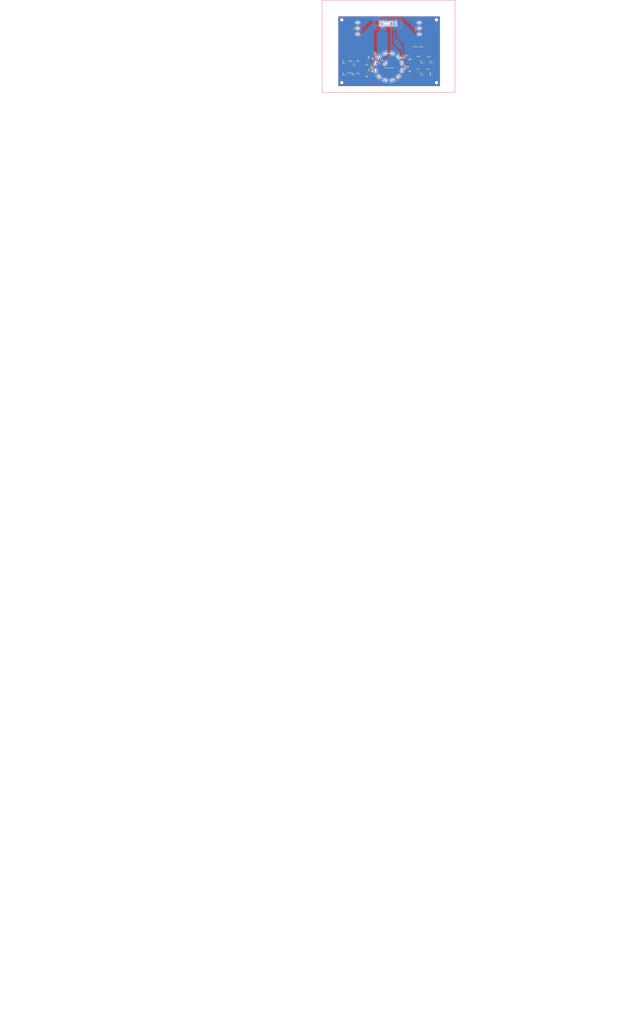
<source format=kicad_pcb>
(kicad_pcb
	(version 20240108)
	(generator "pcbnew")
	(generator_version "8.0")
	(general
		(thickness 1.6)
		(legacy_teardrops no)
	)
	(paper "A4")
	(layers
		(0 "F.Cu" signal)
		(31 "B.Cu" signal)
		(34 "B.Paste" user)
		(35 "F.Paste" user)
		(36 "B.SilkS" user "B.Silkscreen")
		(37 "F.SilkS" user "F.Silkscreen")
		(38 "B.Mask" user)
		(39 "F.Mask" user)
		(44 "Edge.Cuts" user)
		(45 "Margin" user)
		(46 "B.CrtYd" user "B.Courtyard")
		(47 "F.CrtYd" user "F.Courtyard")
		(48 "B.Fab" user)
		(49 "F.Fab" user)
	)
	(setup
		(stackup
			(layer "F.SilkS"
				(type "Top Silk Screen")
				(color "White")
			)
			(layer "F.Paste"
				(type "Top Solder Paste")
			)
			(layer "F.Mask"
				(type "Top Solder Mask")
				(color "Black")
				(thickness 0.01)
			)
			(layer "F.Cu"
				(type "copper")
				(thickness 0.035)
			)
			(layer "dielectric 1"
				(type "core")
				(thickness 1.51)
				(material "FR4")
				(epsilon_r 4.5)
				(loss_tangent 0.02)
			)
			(layer "B.Cu"
				(type "copper")
				(thickness 0.035)
			)
			(layer "B.Mask"
				(type "Bottom Solder Mask")
				(color "Black")
				(thickness 0.01)
			)
			(layer "B.Paste"
				(type "Bottom Solder Paste")
			)
			(layer "B.SilkS"
				(type "Bottom Silk Screen")
				(color "White")
			)
			(copper_finish "None")
			(dielectric_constraints yes)
		)
		(pad_to_mask_clearance 0)
		(allow_soldermask_bridges_in_footprints no)
		(aux_axis_origin 83.75 126.71)
		(grid_origin 83.75 126.71)
		(pcbplotparams
			(layerselection 0x00010fc_ffffffff)
			(plot_on_all_layers_selection 0x0000000_00000000)
			(disableapertmacros no)
			(usegerberextensions no)
			(usegerberattributes yes)
			(usegerberadvancedattributes yes)
			(creategerberjobfile yes)
			(dashed_line_dash_ratio 12.000000)
			(dashed_line_gap_ratio 3.000000)
			(svgprecision 4)
			(plotframeref no)
			(viasonmask no)
			(mode 1)
			(useauxorigin no)
			(hpglpennumber 1)
			(hpglpenspeed 20)
			(hpglpendiameter 15.000000)
			(pdf_front_fp_property_popups yes)
			(pdf_back_fp_property_popups yes)
			(dxfpolygonmode yes)
			(dxfimperialunits yes)
			(dxfusepcbnewfont yes)
			(psnegative no)
			(psa4output no)
			(plotreference yes)
			(plotvalue yes)
			(plotfptext yes)
			(plotinvisibletext no)
			(sketchpadsonfab no)
			(subtractmaskfromsilk no)
			(outputformat 1)
			(mirror no)
			(drillshape 0)
			(scaleselection 1)
			(outputdirectory "manufacturing/")
		)
	)
	(net 0 "")
	(net 1 "/ENG 1 Master")
	(net 2 "GND")
	(net 3 "/ENG 2 Master")
	(net 4 "Net-(D7-A)")
	(net 5 "Net-(D8-A)")
	(net 6 "Net-(D9-A)")
	(net 7 "Net-(D10-K)")
	(net 8 "unconnected-(J1-Pin_7-Pad7)")
	(net 9 "VBUS")
	(net 10 "/ENG 1 Fire")
	(net 11 "/ENG 1 Fault")
	(net 12 "/ENG 2 Fire")
	(net 13 "/ENG 2 Fault")
	(net 14 "+3V3")
	(net 15 "/MODE Start")
	(net 16 "Net-(D11-K)")
	(net 17 "Net-(D12-A)")
	(net 18 "Net-(D13-K)")
	(net 19 "Net-(D14-K)")
	(net 20 "Net-(D13-A)")
	(net 21 "Net-(D11-A)")
	(net 22 "Net-(D14-A)")
	(net 23 "Net-(D10-A)")
	(net 24 "/MODE Crank")
	(net 25 "unconnected-(SW3-Pad2)")
	(net 26 "unconnected-(SW3-Pad3)")
	(net 27 "unconnected-(SW3-Pad5)")
	(net 28 "unconnected-(SW3-Pad6)")
	(net 29 "unconnected-(SW3-Pad7)")
	(net 30 "unconnected-(SW3-Pad8)")
	(net 31 "unconnected-(SW3-Pad9)")
	(net 32 "unconnected-(SW3-Pad10)")
	(net 33 "unconnected-(SW3-Pad11)")
	(net 34 "unconnected-(SW3-Pad12)")
	(footprint "Resistor_SMD:R_0603_1608Metric" (layer "F.Cu") (at 153.15 107.31))
	(footprint "LED_SMD:LED_0603_1608Metric" (layer "F.Cu") (at 173.25 101.9225 90))
	(footprint "MountingHole:MountingHole_2.2mm_M2" (layer "F.Cu") (at 176.75 118.71))
	(footprint "Package_TO_SOT_SMD:SOT-23" (layer "F.Cu") (at 119.9125 101.96 180))
	(footprint "LED_SMD:LED_0603_1608Metric" (layer "F.Cu") (at 165.75 101.9225 90))
	(footprint "Resistor_SMD:R_0603_1608Metric" (layer "F.Cu") (at 152.925 98.11))
	(footprint "Resistor_SMD:R_0805_2012Metric" (layer "F.Cu") (at 113 109.71 180))
	(footprint "NiasStuff:C&K_Rotary_Switches" (layer "F.Cu") (at 137.901115 105.861115 90))
	(footprint "LED_SMD:LED_0603_1608Metric" (layer "F.Cu") (at 102.35 102.1225 90))
	(footprint "Package_TO_SOT_SMD:SOT-23" (layer "F.Cu") (at 155.3125 102.01))
	(footprint "MountingHole:MountingHole_2.2mm_M2" (layer "F.Cu") (at 99.75 67.71))
	(footprint "Resistor_SMD:R_0603_1608Metric" (layer "F.Cu") (at 123.35 108.685 90))
	(footprint "Resistor_SMD:R_0805_2012Metric" (layer "F.Cu") (at 170.5375 99.21))
	(footprint "LED_SMD:LED_0603_1608Metric" (layer "F.Cu") (at 109.75 102.1225 90))
	(footprint "Package_TO_SOT_SMD:SOT-23" (layer "F.Cu") (at 155.3125 111.71))
	(footprint "MountingHole:MountingHole_2.2mm_M2" (layer "F.Cu") (at 99.75 118.71))
	(footprint "Resistor_SMD:R_0805_2012Metric" (layer "F.Cu") (at 106.4625 99.71 180))
	(footprint "LED_SMD:LED_0603_1608Metric" (layer "F.Cu") (at 109.75 111.7225 90))
	(footprint "NiasStuff:SW_SPDT_YUEN-FUNG_MT-0-102-A101-M200-RS" (layer "F.Cu") (at 112.75 74.67 90))
	(footprint "LED_SMD:LED_0603_1608Metric" (layer "F.Cu") (at 165.75 111.7225 90))
	(footprint "LED_SMD:LED_0603_1608Metric" (layer "F.Cu") (at 102.35 111.7225 90))
	(footprint "Resistor_SMD:R_0805_2012Metric" (layer "F.Cu") (at 105.8375 109.21 180))
	(footprint "Package_TO_SOT_SMD:SOT-23" (layer "F.Cu") (at 120.0125 111.56 180))
	(footprint "LED_SMD:LED_0603_1608Metric" (layer "F.Cu") (at 173.15 111.7225 90))
	(footprint "Resistor_SMD:R_0603_1608Metric" (layer "F.Cu") (at 123.15 98.285 90))
	(footprint "Resistor_SMD:R_0805_2012Metric" (layer "F.Cu") (at 162.0375 99.21))
	(footprint "MountingHole:MountingHole_2.2mm_M2" (layer "F.Cu") (at 176.75 67.71))
	(footprint "Resistor_SMD:R_0805_2012Metric" (layer "F.Cu") (at 112.9375 99.71 180))
	(footprint "Resistor_SMD:R_0805_2012Metric" (layer "F.Cu") (at 162.1375 109.21))
	(footprint "NiasStuff:SW_SPDT_YUEN-FUNG_MT-0-102-A101-M200-RS" (layer "F.Cu") (at 162.75 74.67 90))
	(footprint "Resistor_SMD:R_0805_2012Metric" (layer "F.Cu") (at 169.75 109.21))
	(footprint "Connector_IDC:IDC-Header_2x06_P2.54mm_Vertical" (layer "B.Cu") (at 131.15 69.57 -90))
	(gr_line
		(start 191.75 51.71)
		(end 83.75 51.71)
		(stroke
			(width 0.2)
			(type default)
		)
		(layer "F.Cu")
		(uuid "2287d75c-8675-4ecd-930e-3ab04c395ff1")
	)
	(gr_line
		(start 83.75 126.71)
		(end 191.75 126.71)
		(stroke
			(width 0.2)
			(type default)
		)
		(layer "F.Cu")
		(uuid "5946e71e-dbe5-480b-82bb-e3971b2e3d0a")
	)
	(gr_line
		(start 191.75 126.71)
		(end 191.75 51.71)
		(stroke
			(width 0.2)
			(type default)
		)
		(layer "F.Cu")
		(uuid "9fdd71b0-251e-44eb-8965-8709f16f790c")
	)
	(gr_line
		(start 83.75 51.71)
		(end 83.75 126.71)
		(stroke
			(width 0.2)
			(type default)
		)
		(layer "F.Cu")
		(uuid "f6cef0d5-231c-4ecf-b4ed-0cc4145c4c1d")
	)
	(gr_line
		(start 179.75 64.71)
		(end 96.75 64.71)
		(stroke
			(width 0.1)
			(type default)
		)
		(layer "Edge.Cuts")
		(uuid "4e4d6ce3-ba94-4b73-9b05-3a6bb8883741")
	)
	(gr_line
		(start 96.75 64.71)
		(end 96.75 121.71)
		(stroke
			(width 0.1)
			(type default)
		)
		(layer "Edge.Cuts")
		(uuid "97d15dc0-275c-4edc-beb3-f608bdc6c5ea")
	)
	(gr_line
		(start 96.75 121.71)
		(end 179.75 121.71)
		(stroke
			(width 0.1)
			(type default)
		)
		(layer "Edge.Cuts")
		(uuid "a95ad34a-788c-4d24-8666-89efeb3f952c")
	)
	(gr_line
		(start 179.75 121.71)
		(end 179.75 64.71)
		(stroke
			(width 0.1)
			(type default)
		)
		(layer "Edge.Cuts")
		(uuid "f0206762-0618-4121-8e43-d3aef1db6121")
	)
	(gr_line
		(start -146.543789 166.844059)
		(end -146.132514 166.412648)
		(stroke
			(width 0.6108)
			(type solid)
		)
		(layer "F.Fab")
		(uuid "0024b4d8-43e1-47eb-9c31-444c08f8f409")
	)
	(gr_line
		(start -149.770525 175.196422)
		(end -149.754363 174.557179)
		(stroke
			(width 0.6108)
			(type solid)
		)
		(layer "F.Fab")
		(uuid "004e0644-4775-4c4b-bc11-84f57af62d77")
	)
	(gr_line
		(start 293.578246 207.077397)
		(end 298.080089 199.279927)
		(stroke
			(width 0.840559)
			(type solid)
		)
		(layer "F.Fab")
		(uuid "00518f73-94e6-49dc-bb7e-08c3a0439145")
	)
	(gr_line
		(start -165.081702 304.82526)
		(end -165.075601 304.744528)
		(stroke
			(width 0.610102)
			(type solid)
		)
		(layer "F.Fab")
		(uuid "005cc859-a376-476d-83be-51664deb68af")
	)
	(gr_line
		(start 301.360318 126.942159)
		(end 301.533119 127.380422)
		(stroke
			(width 0.610102)
			(type solid)
		)
		(layer "F.Fab")
		(uuid "0069ead8-7c23-4ba7-b2ee-ff59fa986744")
	)
	(gr_line
		(start 197.566692 70.316423)
		(end 197.734071 69.726947)
		(stroke
			(width 0.6108)
			(type solid)
		)
		(layer "F.Fab")
		(uuid "006fb5f4-1828-494e-8630-2a9c0c8bcc84")
	)
	(gr_line
		(start -146.934176 148.682127)
		(end -147.302912 148.212856)
		(stroke
			(width 0.6108)
			(type solid)
		)
		(layer "F.Fab")
		(uuid "00aa022c-f343-4add-9b45-6c302c9442d0")
	)
	(gr_line
		(start 312.94451 179.589794)
		(end 306.759443 186.960903)
		(stroke
			(width 0.840559)
			(type solid)
		)
		(layer "F.Fab")
		(uuid "00ad7e07-9502-4e79-9aaa-5c4c97980ca3")
	)
	(gr_line
		(start 298.361814 337.21442)
		(end 298.172181 338.036055)
		(stroke
			(width 0.989711)
			(type solid)
		)
		(layer "F.Fab")
		(uuid "00f61d41-ffd7-4f87-90e5-d521b000a1a3")
	)
	(gr_line
		(start 223.713393 108.444123)
		(end 223.713393 148.950408)
		(stroke
			(width 0.830953)
			(type solid)
		)
		(layer "F.Fab")
		(uuid "012492dd-c5cc-454f-9c53-9d67fc0c2daa")
	)
	(gr_line
		(start -147.302926 133.348149)
		(end -146.934187 132.878884)
		(stroke
			(width 0.6108)
			(type solid)
		)
		(layer "F.Fab")
		(uuid "012e8a9c-93fb-4413-8099-abeeacdbb592")
	)
	(gr_line
		(start 197.239771 74.691)
		(end 197.191804 74.060151)
		(stroke
			(width 0.6108)
			(type solid)
		)
		(layer "F.Fab")
		(uuid "0142ea7b-d2ea-476b-a094-2ead4895adb9")
	)
	(gr_line
		(start -113.383261 312.102689)
		(end -113.079929 311.75251)
		(stroke
			(width 0.610102)
			(type solid)
		)
		(layer "F.Fab")
		(uuid "0170b50d-2377-4ecb-b823-8ab486e85bc2")
	)
	(gr_line
		(start 151.318718 75.898334)
		(end 151.273397 75.30229)
		(stroke
			(width 0.741967)
			(type solid)
		)
		(layer "F.Fab")
		(uuid "01908556-f144-4c88-accf-22e828688fc8")
	)
	(gr_line
		(start -6.044638 363.455844)
		(end -5.805965 363.083549)
		(stroke
			(width 0.712204)
			(type solid)
		)
		(layer "F.Fab")
		(uuid "0199277c-85f6-419a-9a4c-26ae96228760")
	)
	(gr_line
		(start -137.988837 162.790453)
		(end -137.349665 162.77429)
		(stroke
			(width 0.6108)
			(type solid)
		)
		(layer "F.Fab")
		(uuid "019a52d5-430b-4c8a-831e-f62bfad03711")
	)
	(gr_line
		(start -116.402351 81.009945)
		(end -115.658351 81.346301)
		(stroke
			(width 0.830953)
			(type solid)
		)
		(layer "F.Fab")
		(uuid "01db73c4-92df-4f01-b12d-f97be3650a1a")
	)
	(gr_line
		(start 1.802817 359.037986)
		(end 2.275006 359.049925)
		(stroke
			(width 0.712204)
			(type solid)
		)
		(layer "F.Fab")
		(uuid "01f34a79-ab32-4e55-afd6-19e12c3fdf92")
	)
	(gr_line
		(start 313.907843 370.443846)
		(end 313.587128 370.570301)
		(stroke
			(width 0.610511)
			(type solid)
		)
		(layer "F.Fab")
		(uuid "02640946-f4fb-44c7-93ae-f10f50f33c9f")
	)
	(gr_line
		(start -113.079929 324.730579)
		(end -113.383261 324.380401)
		(stroke
			(width 0.610102)
			(type solid)
		)
		(layer "F.Fab")
		(uuid "02bea765-9d07-4e59-9e07-d6486fbcc022")
	)
	(gr_line
		(start 174.595312 76.485713)
		(end 174.492102 77.063688)
		(stroke
			(width 0.741967)
			(type solid)
		)
		(layer "F.Fab")
		(uuid "02c5fec7-5050-4f76-ba31-5bc3de94255c")
	)
	(gr_line
		(start -53.626831 828.587292)
		(end -53.626831 847.541043)
		(stroke
			(width 0.966959)
			(type solid)
		)
		(layer "F.Fab")
		(uuid "02ca998c-2f24-4b8d-a17c-a15a6cab73c3")
	)
	(gr_line
		(start 122.699396 68.612365)
		(end 122.982006 69.103866)
		(stroke
			(width 0.741967)
			(type solid)
		)
		(layer "F.Fab")
		(uuid "033f424e-58ff-459d-b189-c56ee36e9dd2")
	)
	(gr_line
		(start -108.348076 308.894497)
		(end -107.88116 308.786733)
		(stroke
			(width 0.610102)
			(type solid)
		)
		(layer "F.Fab")
		(uuid "035b206d-35e3-40d6-b8b2-52e13460b440")
	)
	(gr_line
		(start 270.921606 346.896483)
		(end 270.305397 346.362709)
		(stroke
			(width 0.989711)
			(type solid)
		)
		(layer "F.Fab")
		(uuid "03652d90-4f09-4b13-b371-651688c08a1f")
	)
	(gr_line
		(start 123.476243 70.129828)
		(end 123.686395 70.662814)
		(stroke
			(width 0.741967)
			(type solid)
		)
		(layer "F.Fab")
		(uuid "038d2b87-d550-49be-aa69-43e64c013e93")
	)
	(gr_line
		(start -107.405905 327.781229)
		(end -107.88116 327.696357)
		(stroke
			(width 0.610102)
			(type solid)
		)
		(layer "F.Fab")
		(uuid "03a65102-097b-427c-a815-6e3e9d92f433")
	)
	(gr_line
		(start 304.105622 363.572979)
		(end 304.132895 363.214318)
		(stroke
			(width 0.610511)
			(type solid)
		)
		(layer "F.Fab")
		(uuid "03a8d6a9-3bca-42ce-ade6-10fee2ecc1d2")
	)
	(gr_line
		(start -23.262192 291.802102)
		(end -23.531261 292.180479)
		(stroke
			(width 0.610102)
			(type solid)
		)
		(layer "F.Fab")
		(uuid "03bae4bb-250a-406b-b255-7363bca6e19f")
	)
	(gr_line
		(start -48.184047 791.146693)
		(end -53.626831 791.146693)
		(stroke
			(width 0.966959)
			(type solid)
		)
		(layer "F.Fab")
		(uuid "03bca34e-5e3b-4a46-a086-51e5f9f1a353")
	)
	(gr_line
		(start 296.657118 341.886774)
		(end 296.248195 342.597958)
		(stroke
			(width 0.989711)
			(type solid)
		)
		(layer "F.Fab")
		(uuid "03bfccc6-baeb-4547-8506-61ca995e9255")
	)
	(gr_line
		(start -71.178728 81.346301)
		(end -70.454517 81.71722)
		(stroke
			(width 0.830953)
			(type solid)
		)
		(layer "F.Fab")
		(uuid "03c4f725-8f46-4aa0-8e1c-787d30730381")
	)
	(gr_line
		(start 304.524976 361.50811)
		(end 304.651429 361.187393)
		(stroke
			(width 0.610511)
			(type solid)
		)
		(layer "F.Fab")
		(uuid "03df0a46-c29d-4034-ac0b-fef768aedeea")
	)
	(gr_line
		(start -29.319866 295.861016)
		(end -29.795121 295.945887)
		(stroke
			(width 0.610102)
			(type solid)
		)
		(layer "F.Fab")
		(uuid "04464910-6aff-4e93-a24e-893883109d3d")
	)
	(gr_line
		(start 6.009282 341.971246)
		(end 7.268492 342.196118)
		(stroke
			(width 0.910206)
			(type solid)
		)
		(layer "F.Fab")
		(uuid "0446e12d-6de5-4538-afca-d20cf6d4f286")
	)
	(gr_line
		(start 315.927774 460.312735)
		(end 315.895811 460.253795)
		(stroke
			(width 0.9003)
			(type solid)
		)
		(layer "F.Fab")
		(uuid "0480eb7e-b106-43d4-b8ab-c2b3d259495f")
	)
	(gr_line
		(start 218.038613 136.43218)
		(end 217.739532 136.952381)
		(stroke
			(width 0.6108)
			(type solid)
		)
		(layer "F.Fab")
		(uuid "0493c8a8-f71f-46d3-84ae-5178f49642fb")
	)
	(gr_line
		(start 168.167998 738.40021)
		(end 168.206502 738.097196)
		(stroke
			(width 0.610511)
			(type solid)
		)
		(layer "F.Fab")
		(uuid "04949cdb-7205-4430-88e3-b165a570a752")
	)
	(gr_line
		(start 220.792509 68.03542)
		(end 221.04125 68.585672)
		(stroke
			(width 0.6108)
			(type solid)
		)
		(layer "F.Fab")
		(uuid "049c1378-e21e-4cd8-b8af-4518c7159262")
	)
	(gr_line
		(start -164.044431 333.507471)
		(end -164.116493 333.479158)
		(stroke
			(width 0.610102)
			(type solid)
		)
		(layer "F.Fab")
		(uuid "04a14044-e53d-4ce8-90b6-241f229c38c9")
	)
	(gr_line
		(start 122.699396 80.784267)
		(end 122.394109 81.260465)
		(stroke
			(width 0.741967)
			(type solid)
		)
		(layer "F.Fab")
		(uuid "04e8f883-bc9f-493f-b89e-7e1652ceabc9")
	)
	(gr_line
		(start -115.537229 319.228291)
		(end -115.574498 318.738178)
		(stroke
			(width 0.610102)
			(type solid)
		)
		(layer "F.Fab")
		(uuid "04e9c27d-3ca4-420f-86bd-bce3be905c85")
	)
	(gr_line
		(start 211.488116 61.14193)
		(end 212.099776 61.251173)
		(stroke
			(width 0.6108)
			(type solid)
		)
		(layer "F.Fab")
		(uuid "050f885c-d4a3-4fed-821d-83c08e1e910a")
	)
	(gr_line
		(start 100.985539 73.498297)
		(end 101.060178 72.910919)
		(stroke
			(width 0.741967)
			(type solid)
		)
		(layer "F.Fab")
		(uuid "051ae2e2-e041-4f8e-9713-ae50b4beceb4")
	)
	(gr_line
		(start -40.330125 289.724499)
		(end -40.481854 289.276079)
		(stroke
			(width 0.610102)
			(type solid)
		)
		(layer "F.Fab")
		(uuid "052d8e62-9215-49db-a911-2ceca0b7cde0")
	)
	(gr_line
		(start 317.792689 361.50811)
		(end 317.903721 361.836259)
		(stroke
			(width 0.610511)
			(type solid)
		)
		(layer "F.Fab")
		(uuid "052db6dd-5a68-4809-81a2-3f55c9be17f7")
	)
	(gr_poly
		(pts
			(xy -135.107577 858.853165) (xy -141.97915 865.724699) (xy -141.97915 863.627958) (xy -135.107577 856.756424)
		)
		(stroke
			(width 0)
			(type solid)
		)
		(fill solid)
		(layer "F.Fab")
		(uuid "0541033e-235b-4489-87f1-eafd088d1106")
	)
	(gr_line
		(start 316.205467 441.078007)
		(end 316.251981 441.038905)
		(stroke
			(width 0.9003)
			(type solid)
		)
		(layer "F.Fab")
		(uuid "057105ea-db59-4936-b6e6-3aad339d998c")
	)
	(gr_line
		(start 56.711019 206.349116)
		(end 56.711019 222.034589)
		(stroke
			(width 0.660672)
			(type solid)
		)
		(layer "F.Fab")
		(uuid "0583c706-e092-493d-962c-c67910abdad5")
	)
	(gr_line
		(start -39.750928 291.006386)
		(end -39.964056 290.590259)
		(stroke
			(width 0.610102)
			(type solid)
		)
		(layer "F.Fab")
		(uuid "0587e9d1-7028-4c69-94ea-fc4cc24017f9")
	)
	(gr_line
		(start -114.422245 313.641363)
		(end -114.189864 313.237213)
		(stroke
			(width 0.610102)
			(type solid)
		)
		(layer "F.Fab")
		(uuid "05c6b2c1-d0d0-407f-a664-1d48453c531a")
	)
	(gr_line
		(start -126.727063 181.637758)
		(end -127.050143 182.141762)
		(stroke
			(width 0.6108)
			(type solid)
		)
		(layer "F.Fab")
		(uuid "05cdf5e4-86d7-4be1-8094-cf1160ce3316")
	)
	(gr_line
		(start -38.998448 292.180479)
		(end -39.267518 291.802102)
		(stroke
			(width 0.610102)
			(type solid)
		)
		(layer "F.Fab")
		(uuid "05f5828b-135f-479f-979c-662d91807a57")
	)
	(gr_line
		(start 340.87774 459.998436)
		(end 340.829465 460.129847)
		(stroke
			(width 0.9003)
			(type solid)
		)
		(layer "F.Fab")
		(uuid "05f624c1-9be8-4930-8dfe-c96a2bf4cb72")
	)
	(gr_line
		(start 180.246111 739.019268)
		(end 180.238233 739.330842)
		(stroke
			(width 0.610511)
			(type solid)
		)
		(layer "F.Fab")
		(uuid "06a14602-1690-4295-9e94-0ab940598053")
	)
	(gr_line
		(start 212.700702 61.389882)
		(end 213.290114 61.557276)
		(stroke
			(width 0.6108)
			(type solid)
		)
		(layer "F.Fab")
		(uuid "06a74ba7-811b-4e63-bfe4-46ede0f62f9b")
	)
	(gr_line
		(start -124.928844 175.196422)
		(end -124.945006 175.835666)
		(stroke
			(width 0.6108)
			(type solid)
		)
		(layer "F.Fab")
		(uuid "06f1df40-9e49-44a6-8c00-3ae239279ba9")
	)
	(gr_line
		(start -40.719667 284.461215)
		(end -40.611903 283.994299)
		(stroke
			(width 0.610102)
			(type solid)
		)
		(layer "F.Fab")
		(uuid "071eed83-be06-44b2-b531-d03f90af7dc3")
	)
	(gr_line
		(start -126.153681 169.810905)
		(end -125.904941 170.361158)
		(stroke
			(width 0.6108)
			(type solid)
		)
		(layer "F.Fab")
		(uuid "073f78bd-13ac-4197-80b1-1edc79ac7560")
	)
	(gr_line
		(start -24.121097 292.895238)
		(end -24.440651 293.230407)
		(stroke
			(width 0.610102)
			(type solid)
		)
		(layer "F.Fab")
		(uuid "0761f818-4cdd-4a8f-9416-d6fbdd128536")
	)
	(gr_line
		(start 316.608528 368.428774)
		(end 316.386554 368.685032)
		(stroke
			(width 0.610511)
			(type solid)
		)
		(layer "F.Fab")
		(uuid "0771995b-efa9-4ecf-a98e-c1e042164044")
	)
	(gr_line
		(start 319.003208 526.124066)
		(end 300.466599 534.797633)
		(stroke
			(width 1.219759)
			(type solid)
		)
		(layer "F.Fab")
		(uuid "078908e1-aa58-43ef-b837-4babc825e736")
	)
	(gr_line
		(start 180.176348 739.94134)
		(end 180.123102 740.239502)
		(stroke
			(width 0.610511)
			(type solid)
		)
		(layer "F.Fab")
		(uuid "07955a83-85b6-4032-825a-af68b28c81c8")
	)
	(gr_line
		(start 219.181012 65.519302)
		(end 219.549748 65.988572)
		(stroke
			(width 0.6108)
			(type solid)
		)
		(layer "F.Fab")
		(uuid "07ab9f0c-943f-40ff-91cf-5eb78bdab53e")
	)
	(gr_line
		(start 258.679668 63.120309)
		(end 259.16664 63.466641)
		(stroke
			(width 0.6108)
			(type solid)
		)
		(layer "F.Fab")
		(uuid "07acede4-7284-45e8-bbb8-52ffd876ad38")
	)
	(gr_line
		(start -106.432805 327.879871)
		(end -106.922918 327.842602)
		(stroke
			(width 0.610102)
			(type solid)
		)
		(layer "F.Fab")
		(uuid "07cb1782-0a75-4ab1-b5f5-6e3e7facce72")
	)
	(gr_line
		(start 174.715267 75.30229)
		(end 174.669946 75.898334)
		(stroke
			(width 0.741967)
			(type solid)
		)
		(layer "F.Fab")
		(uuid "07cd31f8-1841-42fa-917b-c1521aa7d0bb")
	)
	(gr_line
		(start 188.525436 452.312116)
		(end 188.463329 451.96433)
		(stroke
			(width 0.610511)
			(type solid)
		)
		(layer "F.Fab")
		(uuid "07e7419c-435e-4e95-8373-393f23ac8726")
	)
	(gr_line
		(start 281.724157 350.774501)
		(end 280.850234 350.752403)
		(stroke
			(width 0.989711)
			(type solid)
		)
		(layer "F.Fab")
		(uuid "08253c12-9f2f-479c-9a32-f76489095b2d")
	)
	(gr_line
		(start 311.522264 356.883162)
		(end 311.880924 356.910435)
		(stroke
			(width 0.610511)
			(type solid)
		)
		(layer "F.Fab")
		(uuid "0831dda9-3be4-4ae1-89b2-d1000c51644c")
	)
	(gr_line
		(start -40.157324 282.649646)
		(end -39.964056 282.222148)
		(stroke
			(width 0.610102)
			(type solid)
		)
		(layer "F.Fab")
		(uuid "083eccf9-70c6-4d96-980d-2e7e227b4306")
	)
	(gr_line
		(start 188.93695 453.637799)
		(end 188.810497 453.317085)
		(stroke
			(width 0.610511)
			(type solid)
		)
		(layer "F.Fab")
		(uuid "086282a3-fc06-4a49-a050-f40118ebf409")
	)
	(gr_line
		(start 285.978814 123.554953)
		(end 286.328992 123.25162)
		(stroke
			(width 0.610102)
			(type solid)
		)
		(layer "F.Fab")
		(uuid "08631abc-6301-4811-9077-bf51115f9691")
	)
	(gr_line
		(start 257.120023 62.22376)
		(end 257.655579 62.498088)
		(stroke
			(width 0.6108)
			(type solid)
		)
		(layer "F.Fab")
		(uuid "087fdd8a-91f3-4656-bf0f-d3e998b89bdc")
	)
	(gr_line
		(start 201.103709 446.663227)
		(end 201.30061 446.94012)
		(stroke
			(width 0.610511)
			(type solid)
		)
		(layer "F.Fab")
		(uuid "0893c376-1e33-4572-a1ca-af4520799536")
	)
	(gr_line
		(start 197.929351 69.149764)
		(end 198.151753 68.585657)
		(stroke
			(width 0.6108)
			(type solid)
		)
		(layer "F.Fab")
		(uuid "08ac57ac-679b-4bff-9fc6-9c6e41cd170e")
	)
	(gr_line
		(start 16.942816 80.709209)
		(end 17.70555 81.009945)
		(stroke
			(width 0.830953)
			(type solid)
		)
		(layer "F.Fab")
		(uuid "08b0e6c8-e64b-4a3b-ad96-53733574594c")
	)
	(gr_line
		(start 151.318718 73.498297)
		(end 151.393352 72.910919)
		(stroke
			(width 0.741967)
			(type solid)
		)
		(layer "F.Fab")
		(uuid "08b70294-3e3f-4e94-a312-b908beb0748b")
	)
	(gr_line
		(start -118.74253 80.218814)
		(end -117.945496 80.445147)
		(stroke
			(width 0.830953)
			(type solid)
		)
		(layer "F.Fab")
		(uuid "08c7508c-5a9a-4168-b532-3f6615d035b5")
	)
	(gr_line
		(start -105.439539 327.879871)
		(end -105.936172 327.892429)
		(stroke
			(width 0.610102)
			(type solid)
		)
		(layer "F.Fab")
		(uuid "08e1833a-b34c-4379-9fe1-eead7b1de3f6")
	)
	(gr_line
		(start 314.525198 370.146449)
		(end 314.220681 370.302414)
		(stroke
			(width 0.610511)
			(type solid)
		)
		(layer "F.Fab")
		(uuid "08ec7d09-6bd5-49d7-a7a8-7e2cd2a35d5e")
	)
	(gr_line
		(start 198.151753 78.256161)
		(end 197.929351 77.692052)
		(stroke
			(width 0.6108)
			(type solid)
		)
		(layer "F.Fab")
		(uuid "09041003-0bea-4333-b533-8f40aa44f571")
	)
	(gr_line
		(start -164.186767 303.477394)
		(end -164.116493 303.445722)
		(stroke
			(width 0.610102)
			(type solid)
		)
		(layer "F.Fab")
		(uuid "0917cce3-f128-43dc-bcd3-0943ee592ff0")
	)
	(gr_line
		(start 315.838387 460.129847)
		(end 315.81307 460.065027)
		(stroke
			(width 0.9003)
			(type solid)
		)
		(layer "F.Fab")
		(uuid "0964762c-53f8-4cd2-a4eb-c8c9f54d1e93")
	)
	(gr_line
		(start 196.817329 137.456368)
		(end 196.49425 136.952363)
		(stroke
			(width 0.6108)
			(type solid)
		)
		(layer "F.Fab")
		(uuid "09766d9f-43db-4f88-8cca-a7d106a0779a")
	)
	(gr_line
		(start 174.669946 75.898334)
		(end 174.595312 76.485713)
		(stroke
			(width 0.741967)
			(type solid)
		)
		(layer "F.Fab")
		(uuid "09932d24-395d-4460-b9e3-5eac822dd992")
	)
	(gr_line
		(start 251.464281 140.238392)
		(end 250.981294 140.299765)
		(stroke
			(width 0.610102)
			(type solid)
		)
		(layer "F.Fab")
		(uuid "09960ee7-77cb-4416-a8c8-f01e90df0f20")
	)
	(gr_line
		(start 171.566463 733.561637)
		(end 171.834663 733.440387)
		(stroke
			(width 0.610511)
			(type solid)
		)
		(layer "F.Fab")
		(uuid "09b218c1-c875-4845-a7e5-1655a9aa1a28")
	)
	(gr_line
		(start 4.531439 359.450516)
		(end 4.957788 359.594777)
		(stroke
			(width 0.712204)
			(type solid)
		)
		(layer "F.Fab")
		(uuid "09bc948e-3c3b-494b-b9e9-37f2421e4aea")
	)
	(gr_line
		(start 259.44936 128.753733)
		(end 259.534232 129.228989)
		(stroke
			(width 0.610102)
			(type solid)
		)
		(layer "F.Fab")
		(uuid "09cef245-b1ff-4dd7-b885-275d1000f6bd")
	)
	(gr_line
		(start -115.15317 315.371669)
		(end -115.001442 314.923249)
		(stroke
			(width 0.610102)
			(type solid)
		)
		(layer "F.Fab")
		(uuid "09cfeb90-26d2-4901-9739-80e102d6c644")
	)
	(gr_line
		(start 276.674039 317.572637)
		(end 277.479931 317.343789)
		(stroke
			(width 0.989711)
			(type solid)
		)
		(layer "F.Fab")
		(uuid "09f6b8b9-1e19-4259-bb17-eaf38cee5ae8")
	)
	(gr_line
		(start 153.262472 81.260465)
		(end 152.957204 80.784267)
		(stroke
			(width 0.741967)
			(type solid)
		)
		(layer "F.Fab")
		(uuid "0a0b3bfd-d7bb-42b3-8d0e-51640460a91a")
	)
	(gr_line
		(start -134.846446 163.026665)
		(end -134.245521 163.165374)
		(stroke
			(width 0.6108)
			(type solid)
		)
		(layer "F.Fab")
		(uuid "0a1656f3-3805-4063-b88a-aa0231e4cdad")
	)
	(gr_line
		(start 192.695343 444.381358)
		(end 193.016058 444.254903)
		(stroke
			(width 0.610511)
			(type solid)
		)
		(layer "F.Fab")
		(uuid "0a211a8e-f23a-4526-b0d1-83723b29a418")
	)
	(gr_line
		(start 217.416418 123.565751)
		(end 217.739498 124.069755)
		(stroke
			(width 0.6108)
			(type solid)
		)
		(layer "F.Fab")
		(uuid "0a271106-9fe2-4942-91ec-559f4b913f9e")
	)
	(gr_line
		(start -134.959105 332.017787)
		(end -134.961161 332.09962)
		(stroke
			(width 0.610102)
			(type solid)
		)
		(layer "F.Fab")
		(uuid "0a50a5dc-1cec-414f-8c81-aef741a47539")
	)
	(gr_line
		(start 156.432485 64.965989)
		(end 156.908659 64.660704)
		(stroke
			(width 0.741967)
			(type solid)
		)
		(layer "F.Fab")
		(uuid "0a5e2852-f4a4-45df-a1ff-1d3c49f29e44")
	)
	(gr_line
		(start 317.368841 360.570036)
		(end 317.524805 360.874554)
		(stroke
			(width 0.610511)
			(type solid)
		)
		(layer "F.Fab")
		(uuid "0a6b6cd9-a98b-4a5d-bba8-a38a0ead3fc0")
	)
	(gr_line
		(start 340.632052 441.261571)
		(end 340.670012 441.313778)
		(stroke
			(width 0.9003)
			(type solid)
		)
		(layer "F.Fab")
		(uuid "0a955cd1-cae0-4751-b874-f3f50f14de5e")
	)
	(gr_line
		(start -22.962526 83.525429)
		(end -22.353089 84.053338)
		(stroke
			(width 0.830953)
			(type solid)
		)
		(layer "F.Fab")
		(uuid "0aa49863-bf5c-41ed-88cf-c896d268359b")
	)
	(gr_line
		(start 197.427995 75.9244)
		(end 197.318762 75.312676)
		(stroke
			(width 0.6108)
			(type solid)
		)
		(layer "F.Fab")
		(uuid "0ab29502-2840-454b-aa4f-a5c9ff1262c6")
	)
	(gr_line
		(start 194.696014 130.511064)
		(end 194.712176 129.87182)
		(stroke
			(width 0.6108)
			(type solid)
		)
		(layer "F.Fab")
		(uuid "0ab7d664-fe8c-4fb9-820e-cd2d9fc16882")
	)
	(gr_line
		(start -98.792414 311.75251)
		(end -98.489082 312.102689)
		(stroke
			(width 0.610102)
			(type solid)
		)
		(layer "F.Fab")
		(uuid "0abcc019-26e2-4135-a887-4d8fe48b490b")
	)
	(gr_line
		(start 283.25085 127.828842)
		(end 283.402579 127.380422)
		(stroke
			(width 0.610102)
			(type solid)
		)
		(layer "F.Fab")
		(uuid "0ac6bf94-2ad4-4785-9ebe-bafbb45bfca6")
	)
	(gr_line
		(start 132.024878 91.607043)
		(end 132.805286 91.342981)
		(stroke
			(width 0.830953)
			(type solid)
		)
		(layer "F.Fab")
		(uuid "0ae20aef-7b92-4c17-9827-bc6fc0e93538")
	)
	(gr_line
		(start 168.612544 741.37603)
		(end 168.504134 741.101077)
		(stroke
			(width 0.610511)
			(type solid)
		)
		(layer "F.Fab")
		(uuid "0afb146e-dc91-4208-b9a9-c7502b4a2c19")
	)
	(gr_line
		(start 121.718451 67.23263)
		(end 122.066881 67.676009)
		(stroke
			(width 0.741967)
			(type solid)
		)
		(layer "F.Fab")
		(uuid "0b09b8cb-26f4-4f73-a9b4-7735cf594d20")
	)
	(gr_line
		(start 17.515496 422.673443)
		(end 17.355881 423.88216)
		(stroke
			(width 2.359887)
			(type solid)
		)
		(layer "F.Fab")
		(uuid "0b176618-914b-49be-8b30-3bce16645639")
	)
	(gr_line
		(start 316.0358 441.261571)
		(end 316.117212 441.164546)
		(stroke
			(width 0.9003)
			(type solid)
		)
		(layer "F.Fab")
		(uuid "0b2bfcb9-843c-4b09-a2b3-375f6df2b842")
	)
	(gr_line
		(start 162.994332 62.961531)
		(end 163.59828 62.976803)
		(stroke
			(width 0.741967)
			(type solid)
		)
		(layer "F.Fab")
		(uuid "0b5e37da-830e-46f8-ac40-4143e8907051")
	)
	(gr_line
		(start -42.597293 414.945743)
		(end -42.318563 413.752195)
		(stroke
			(width 2.359887)
			(type solid)
		)
		(layer "F.Fab")
		(uuid "0b611f79-a1b7-4680-aef5-f8282cd9078b")
	)
	(gr_line
		(start -3.3275 360.605085)
		(end -2.955206 360.366411)
		(stroke
			(width 0.712204)
			(type solid)
		)
		(layer "F.Fab")
		(uuid "0b623a57-c445-4913-aa9b-ba370bb2663f")
	)
	(gr_line
		(start -142.734605 163.999236)
		(end -142.184408 163.750473)
		(stroke
			(width 0.6108)
			(type solid)
		)
		(layer "F.Fab")
		(uuid "0b882509-59b5-4c1f-93ad-90c1902b7269")
	)
	(gr_line
		(start 339.821405 440.82127)
		(end 339.880401 440.823226)
		(stroke
			(width 0.9003)
			(type solid)
		)
		(layer "F.Fab")
		(uuid "0bb86cec-afb8-4a6a-a192-2f43384a6e93")
	)
	(gr_line
		(start 178.262464 734.537476)
		(end 178.472739 734.737954)
		(stroke
			(width 0.610511)
			(type solid)
		)
		(layer "F.Fab")
		(uuid "0bbbcb41-b8e9-44b6-8459-6586bb9e55bb")
	)
	(gr_line
		(start 178.262464 743.501061)
		(end 178.042772 743.691362)
		(stroke
			(width 0.610511)
			(type solid)
		)
		(layer "F.Fab")
		(uuid "0bbc6c45-dd1e-4944-b84a-4b947a018531")
	)
	(gr_line
		(start 119.22391 64.965989)
		(end 119.68407 65.293214)
		(stroke
			(width 0.741967)
			(type solid)
		)
		(layer "F.Fab")
		(uuid "0bcad0a5-05e7-4ef3-ab3f-0b91765bc3c7")
	)
	(gr_line
		(start -35.021412 277.513735)
		(end -34.58315 277.340933)
		(stroke
			(width 0.610102)
			(type solid)
		)
		(layer "F.Fab")
		(uuid "0bcbffc6-f9c2-4405-8b21-a2dd3bfdd20d")
	)
	(gr_line
		(start 161.207012 86.299866)
		(end 160.629062 86.196651)
		(stroke
			(width 0.741967)
			(type solid)
		)
		(layer "F.Fab")
		(uuid "0bcda6c3-a682-4af2-aae5-01c8989a09b2")
	)
	(gr_line
		(start 17.423919 416.609812)
		(end 17.560564 417.81786)
		(stroke
			(width 2.359887)
			(type solid)
		)
		(layer "F.Fab")
		(uuid "0bd54452-95b0-4d4b-a35c-709f59dedc31")
	)
	(gr_line
		(start 317.524805 360.874554)
		(end 317.666235 361.187393)
		(stroke
			(width 0.610511)
			(type solid)
		)
		(layer "F.Fab")
		(uuid "0c041d0e-1d22-4571-ac1a-ddf689a07003")
	)
	(gr_line
		(start 207.704957 61.141928)
		(end 208.326574 61.062932)
		(stroke
			(width 0.6108)
			(type solid)
		)
		(layer "F.Fab")
		(uuid "0c0c374a-6cb6-4f88-bec0-befab17b7626")
	)
	(gr_line
		(start 284.214157 135.703046)
		(end 283.981775 135.298896)
		(stroke
			(width 0.610102)
			(type solid)
		)
		(layer "F.Fab")
		(uuid "0c21d572-2d4c-4a42-921b-35e82446c4a7")
	)
	(gr_line
		(start 179.649055 736.394306)
		(end 179.770306 736.662506)
		(stroke
			(width 0.610511)
			(type solid)
		)
		(layer "F.Fab")
		(uuid "0c3a1f2c-f320-491a-9668-a22c9790eee6")
	)
	(gr_line
		(start 198.674796 79.342032)
		(end 198.400495 78.806414)
		(stroke
			(width 0.6108)
			(type solid)
		)
		(layer "F.Fab")
		(uuid "0c41fa65-4655-4267-970e-021bba13929a")
	)
	(gr_line
		(start 118.176413 534.896692)
		(end 131.347194 538.437959)
		(stroke
			(width 1.219759)
			(type solid)
		)
		(layer "F.Fab")
		(uuid "0c7fabe0-4bb0-4f81-acc3-363845c0b766")
	)
	(gr_line
		(start 12.06833 343.686071)
		(end 13.201005 344.198142)
		(stroke
			(width 0.910206)
			(type solid)
		)
		(layer "F.Fab")
		(uuid "0c827d89-8868-4b4c-9495-bc631b7657c1")
	)
	(gr_line
		(start 179.515346 741.905296)
		(end 179.369557 742.158848)
		(stroke
			(width 0.610511)
			(type solid)
		)
		(layer "F.Fab")
		(uuid "0c9af652-59cc-4a65-a9ec-a3567708201f")
	)
	(gr_line
		(start 284.310445 317.004808)
		(end 285.146751 317.154157)
		(stroke
			(width 0.989711)
			(type solid)
		)
		(layer "F.Fab")
		(uuid "0ca1d991-8f26-4d33-aedb-8c57a1e675bb")
	)
	(gr_line
		(start 279.13787 317.004808)
		(end 279.987782 316.896809)
		(stroke
			(width 0.989711)
			(type solid)
		)
		(layer "F.Fab")
		(uuid "0cc3bd74-9646-4318-ba70-8a7b62966494")
	)
	(gr_line
		(start 14.303553 344.762833)
		(end 15.374367 345.378538)
		(stroke
			(width 0.910206)
			(type solid)
		)
		(layer "F.Fab")
		(uuid "0cf9fa61-f460-4621-9f6b-bfbd0d7bacfa")
	)
	(gr_line
		(start -147.972307 168.755087)
		(end -147.649226 168.251083)
		(stroke
			(width 0.6108)
			(type solid)
		)
		(layer "F.Fab")
		(uuid "0d055a59-3c37-4481-8440-ce3292824295")
	)
	(gr_line
		(start 302.068906 131.68547)
		(end 302.007533 132.168456)
		(stroke
			(width 0.610102)
			(type solid)
		)
		(layer "F.Fab")
		(uuid "0d0de150-4407-4a86-9ec0-4b747c94ca63")
	)
	(gr_line
		(start -135.787708 303.512326)
		(end -135.721306 303.55042)
		(stroke
			(width 0.610102)
			(type solid)
		)
		(layer "F.Fab")
		(uuid "0d208f5c-7862-4809-9438-bc9aa2bf8f07")
	)
	(gr_line
		(start 108.093288 63.883865)
		(end 108.626275 63.673716)
		(stroke
			(width 0.741967)
			(type solid)
		)
		(layer "F.Fab")
		(uuid "0d360e41-f368-4e12-9a7a-110f5ccb80f8")
	)
	(gr_line
		(start -22.565654 282.222148)
		(end -22.372386 282.649646)
		(stroke
			(width 0.610102)
			(type solid)
		)
		(layer "F.Fab")
		(uuid "0d37dfb2-4aea-49b4-ac9a-7a1491b7c7fd")
	)
	(gr_line
		(start -83.455105 80.445147)
		(end -82.65807 80.218814)
		(stroke
			(width 0.830953)
			(type solid)
		)
		(layer "F.Fab")
		(uuid "0d477c78-f3b4-4a15-bbe8-ddce08b3ce7a")
	)
	(gr_line
		(start 306.164956 358.942515)
		(end 306.410228 358.708668)
		(stroke
			(width 0.610511)
			(type solid)
		)
		(layer "F.Fab")
		(uuid "0d4c55ab-a6f9-4e3a-b066-1f07f6db5a3b")
	)
	(gr_line
		(start -125.071961 142.672278)
		(end -125.181192 143.284004)
		(stroke
			(width 0.6108)
			(type solid)
		)
		(layer "F.Fab")
		(uuid "0d4d115d-a511-4b63-a7ca-d1801c32f1f6")
	)
	(gr_line
		(start 196.49425 136.952363)
		(end 196.195168 136.432163)
		(stroke
			(width 0.6108)
			(type solid)
		)
		(layer "F.Fab")
		(uuid "0d5407d3-8f56-4317-ba54-a54c31f4267a")
	)
	(gr_line
		(start 2.115152 341.676617)
		(end 3.431005 341.709889)
		(stroke
			(width 0.910206)
			(type solid)
		)
		(layer "F.Fab")
		(uuid "0d7a1e2e-517a-4a7f-adfd-bb5b0f38454f")
	)
	(gr_line
		(start -165.075601 332.180352)
		(end -165.081702 332.09962)
		(stroke
			(width 0.610102)
			(type solid)
		)
		(layer "F.Fab")
		(uuid "0d88dcaf-c05f-4a44-bad9-db086eac316f")
	)
	(gr_line
		(start -32.251601 276.805146)
		(end -31.761488 276.767877)
		(stroke
			(width 0.610102)
			(type solid)
		)
		(layer "F.Fab")
		(uuid "0d9eb534-c0d7-42fa-88ac-4bb75d5778fa")
	)
	(gr_line
		(start 33.558001 761.154235)
		(end 38.377695 761.154235)
		(stroke
			(width 0.610511)
			(type solid)
		)
		(layer "F.Fab")
		(uuid "0db05c26-9b0d-49c0-839a-79573e6e70f5")
	)
	(gr_line
		(start 340.967831 459.413272)
		(end 340.961912 459.566979)
		(stroke
			(width 0.9003)
			(type solid)
		)
		(layer "F.Fab")
		(uuid "0db16dba-e50d-4bb8-840a-d0c477a040e5")
	)
	(gr_line
		(start -141.620358 163.528053)
		(end -141.043235 163.332757)
		(stroke
			(width 0.6108)
			(type solid)
		)
		(layer "F.Fab")
		(uuid "0dc5cd05-750f-4b74-bf2c-07cd76f2c809")
	)
	(gr_line
		(start 254.99888 138.952401)
		(end 254.59473 139.184782)
		(stroke
			(width 0.610102)
			(type solid)
		)
		(layer "F.Fab")
		(uuid "0dc62a0d-4a7f-4db3-b34c-d4348cd80689")
	)
	(gr_line
		(start -128.15558 183.548786)
		(end -128.566856 183.980196)
		(stroke
			(width 0.6108)
			(type solid)
		)
		(layer "F.Fab")
		(uuid "0dcf9ec5-f57f-407f-a3b5-946cdea0456c")
	)
	(gr_line
		(start 259.16664 63.466641)
		(end 259.635857 63.835413)
		(stroke
			(width 0.6108)
			(type solid)
		)
		(layer "F.Fab")
		(uuid "0dd6fbf6-292b-4654-bf6c-f01e3551ab14")
	)
	(gr_line
		(start 208.957361 61.014961)
		(end 209.59654 60.998798)
		(stroke
			(width 0.6108)
			(type solid)
		)
		(layer "F.Fab")
		(uuid "0de970c9-f73e-40f1-994b-14ea5da0fe5c")
	)
	(gr_line
		(start -124.992972 142.050599)
		(end -125.071961 142.672278)
		(stroke
			(width 0.6108)
			(type solid)
		)
		(layer "F.Fab")
		(uuid "0df1e7cb-f3c3-400d-b7fe-cdc6ff8a97c6")
	)
	(gr_line
		(start 287.563361 349.743997)
		(end 286.774276 350.010993)
		(stroke
			(width 0.989711)
			(type solid)
		)
		(layer "F.Fab")
		(uuid "0dfd7570-c382-4de7-a78c-0f4d31f77948")
	)
	(gr_line
		(start -43.117076 419.784754)
		(end -43.076226 418.569689)
		(stroke
			(width 2.359887)
			(type solid)
		)
		(layer "F.Fab")
		(uuid "0e0417c2-72e7-4bb9-a70e-0ae0389f8dee")
	)
	(gr_line
		(start -39.518547 281.401871)
		(end -39.267518 281.010305)
		(stroke
			(width 0.610102)
			(type solid)
		)
		(layer "F.Fab")
		(uuid "0e0814fc-8b26-43a5-9e84-abca7c208281")
	)
	(gr_line
		(start -114.93414 81.71722)
		(end -114.230773 82.121648)
		(stroke
			(width 0.830953)
			(type solid)
		)
		(layer "F.Fab")
		(uuid "0e0a37ce-3224-46f6-9190-e56e7fa1bba3")
	)
	(gr_line
		(start 305.931111 368.685032)
		(end 305.709137 368.428774)
		(stroke
			(width 0.610511)
			(type solid)
		)
		(layer "F.Fab")
		(uuid "0e26bc24-989d-45fa-9653-1ea9c80fd8ee")
	)
	(gr_line
		(start -163.660729 333.595224)
		(end -163.740261 333.585176)
		(stroke
			(width 0.610102)
			(type solid)
		)
		(layer "F.Fab")
		(uuid "0e607cbf-9fbb-4df1-af9a-89bd55868490")
	)
	(gr_line
		(start 198.810719 444.678755)
		(end 199.106471 444.84881)
		(stroke
			(width 0.610511)
			(type solid)
		)
		(layer "F.Fab")
		(uuid "0e826745-7543-4c49-a9be-ba9f409642a9")
	)
	(gr_line
		(start -139.85289 128.610783)
		(end -139.24123 128.50154)
		(stroke
			(width 0.6108)
			(type solid)
		)
		(layer "F.Fab")
		(uuid "0eb214ac-f198-4a03-83fa-bb50cdffaabd")
	)
	(gr_line
		(start 124.263353 72.910919)
		(end 124.337992 73.498297)
		(stroke
			(width 0.741967)
			(type solid)
		)
		(layer "F.Fab")
		(uuid "0ed1d4ad-9903-4b42-8fec-195ca357cdee")
	)
	(gr_line
		(start 272.918032 319.267769)
		(end 273.629216 318.858847)
		(stroke
			(width 0.989711)
			(type solid)
		)
		(layer "F.Fab")
		(uuid "0ee0afb2-0e13-4c6a-8ebc-46e767a36131")
	)
	(gr_line
		(start 241.508475 135.298896)
		(end 241.295347 134.88277)
		(stroke
			(width 0.610102)
			(type solid)
		)
		(layer "F.Fab")
		(uuid "0ee2478c-1f76-48d7-9e2f-6d8993e6e59f")
	)
	(gr_line
		(start -140.453819 128.74949)
		(end -139.85289 128.610783)
		(stroke
			(width 0.6108)
			(type solid)
		)
		(layer "F.Fab")
		(uuid "0f1d7529-1d53-4f28-b872-f8bf7e19ee9b")
	)
	(gr_line
		(start 316.205467 460.659848)
		(end 316.16052 460.617935)
		(stroke
			(width 0.9003)
			(type solid)
		)
		(layer "F.Fab")
		(uuid "0f28f446-68e5-40d2-8fa1-f6d80b02a861")
	)
	(gr_line
		(start 198.151753 68.585657)
		(end 198.400495 68.035406)
		(stroke
			(width 0.6108)
			(type solid)
		)
		(layer "F.Fab")
		(uuid "0f3f1ede-500a-423c-ab48-429a4badb92c")
	)
	(gr_line
		(start -135.822281 735.863743)
		(end -135.822281 826.830854)
		(stroke
			(width 2.483759)
			(type solid)
		)
		(layer "F.Fab")
		(uuid "0f44e5ee-b4f9-4364-8db3-c70461aab60a")
	)
	(gr_line
		(start 293.454595 140.299765)
		(end 292.964482 140.337034)
		(stroke
			(width 0.610102)
			(type solid)
		)
		(layer "F.Fab")
		(uuid "0f7ffc8d-0a2a-47e8-90e1-9dd57d72d9e2")
	)
	(gr_line
		(start -79.107301 225.430509)
		(end -82.40532 225.430509)
		(stroke
			(width 0.792806)
			(type solid)
		)
		(layer "F.Fab")
		(uuid "0f9828da-7029-4a49-80f2-39f0f3599dd2")
	)
	(gr_line
		(start 170.459671 83.754991)
		(end 170.016314 84.103418)
		(stroke
			(width 0.741967)
			(type solid)
		)
		(layer "F.Fab")
		(uuid "0f9bc725-7a8a-4b8a-a491-41233fad2fad")
	)
	(gr_line
		(start 192.077988 444.678755)
		(end 192.382505 444.52279)
		(stroke
			(width 0.610511)
			(type solid)
		)
		(layer "F.Fab")
		(uuid "0fa6a43b-3501-4c8c-be91-e26d4ffeed94")
	)
	(gr_line
		(start -86.23763 819.239371)
		(end -86.23763 837.879359)
		(stroke
			(width 0.966959)
			(type solid)
		)
		(layer "F.Fab")
		(uuid "0fb2f064-683d-4568-a35e-71764b300471")
	)
	(gr_line
		(start -146.132514 166.412648)
		(end -145.701147 166.001331)
		(stroke
			(width 0.6108)
			(type solid)
		)
		(layer "F.Fab")
		(uuid "0fc50caa-a07c-4c81-830c-90531915f44f")
	)
	(gr_line
		(start 153.589679 67.676009)
		(end 153.938088 67.23263)
		(stroke
			(width 0.741967)
			(type solid)
		)
		(layer "F.Fab")
		(uuid "100b729b-12c7-4fcb-b825-e7eb264de8ff")
	)
	(gr_line
		(start 188.604296 452.6538)
		(end 188.525436 452.312116)
		(stroke
			(width 0.610511)
			(type solid)
		)
		(layer "F.Fab")
		(uuid "100cb253-2a85-4174-b5cc-a27150207e13")
	)
	(gr_line
		(start 177.077453 744.343189)
		(end 176.816387 744.476899)
		(stroke
			(width 0.610511)
			(type solid)
		)
		(layer "F.Fab")
		(uuid "1017bc97-e5c2-4e2b-aa3a-1cba272c5195")
	)
	(gr_poly
		(pts
			(xy -166.556212 867.136978) (xy -166.556212 869.234335) (xy -173.716474 862.074035) (xy -173.716474 859.976677)
		)
		(stroke
			(width 0)
			(type solid)
		)
		(fill solid)
		(layer "F.Fab")
		(uuid "101f6eb6-eddd-4215-a24d-945228d5d043")
	)
	(gr_line
		(start -127.050143 147.725844)
		(end -127.396444 148.21287)
		(stroke
			(width 0.6108)
			(type solid)
		)
		(layer "F.Fab")
		(uuid "1023c7bd-c6de-487d-8861-b4b6d6161584")
	)
	(gr_line
		(start 177.331005 744.1974)
		(end 177.077453 744.343189)
		(stroke
			(width 0.610511)
			(type solid)
		)
		(layer "F.Fab")
		(uuid "10402f66-639e-4082-86dc-bb8e7d51a404")
	)
	(gr_line
		(start -147.64921 182.141762)
		(end -147.97229 181.637758)
		(stroke
			(width 0.6108)
			(type solid)
		)
		(layer "F.Fab")
		(uuid "108eeea4-ca5b-4746-919c-ad014872fec2")
	)
	(gr_line
		(start -164.186767 333.447486)
		(end -164.255154 333.412554)
		(stroke
			(width 0.610102)
			(type solid)
		)
		(layer "F.Fab")
		(uuid "10af2e5e-5d78-456b-9630-03b4f014318b")
	)
	(gr_line
		(start -165.012705 332.490301)
		(end -165.034006 332.414957)
		(stroke
			(width 0.610102)
			(type solid)
		)
		(layer "F.Fab")
		(uuid "10b519eb-8b46-46a0-ae15-5fa8b1b93c75")
	)
	(gr_line
		(start 167.029654 63.673716)
		(end 167.562615 63.883865)
		(stroke
			(width 0.741967)
			(type solid)
		)
		(layer "F.Fab")
		(uuid "10bf4dd3-9149-4317-8122-6b04552cd54a")
	)
	(gr_line
		(start -79.107301 210.79464)
		(end -81.861963 210.79464)
		(stroke
			(width 0.918927)
			(type solid)
		)
		(layer "F.Fab")
		(uuid "10cadef6-b643-45d2-b5a7-37ad17addbf2")
	)
	(gr_line
		(start 259.595605 129.711978)
		(end 259.632874 130.202093)
		(stroke
			(width 0.610102)
			(type solid)
		)
		(layer "F.Fab")
		(uuid "11280cd4-997f-4fe1-8f9a-0671958d5567")
	)
	(gr_line
		(start 282.866791 129.711978)
		(end 282.928165 129.228989)
		(stroke
			(width 0.610102)
			(type solid)
		)
		(layer "F.Fab")
		(uuid "11459007-ed68-4d2a-8c69-1fd6c9031993")
	)
	(gr_line
		(start -148.794429 170.361158)
		(end -148.545688 169.810905)
		(stroke
			(width 0.6108)
			(type solid)
		)
		(layer "F.Fab")
		(uuid "114738ac-fa1f-4929-9f41-542ce9bec4d4")
	)
	(gr_line
		(start 242.260954 136.472988)
		(
... [791999 chars truncated]
</source>
